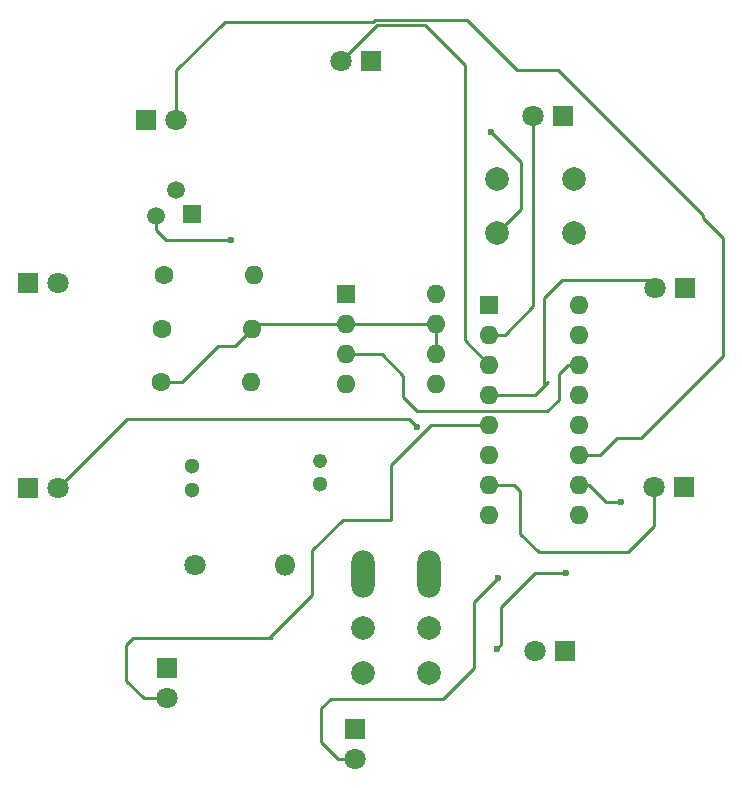
<source format=gbr>
%TF.GenerationSoftware,KiCad,Pcbnew,8.0.1*%
%TF.CreationDate,2024-04-02T10:16:43+02:00*%
%TF.ProjectId,GluecksraD,476c7565-636b-4737-9261-442e6b696361,rev?*%
%TF.SameCoordinates,Original*%
%TF.FileFunction,Copper,L2,Bot*%
%TF.FilePolarity,Positive*%
%FSLAX46Y46*%
G04 Gerber Fmt 4.6, Leading zero omitted, Abs format (unit mm)*
G04 Created by KiCad (PCBNEW 8.0.1) date 2024-04-02 10:16:43*
%MOMM*%
%LPD*%
G01*
G04 APERTURE LIST*
%TA.AperFunction,ComponentPad*%
%ADD10C,1.230000*%
%TD*%
%TA.AperFunction,ComponentPad*%
%ADD11C,1.300000*%
%TD*%
%TA.AperFunction,ComponentPad*%
%ADD12C,1.600000*%
%TD*%
%TA.AperFunction,ComponentPad*%
%ADD13O,1.600000X1.600000*%
%TD*%
%TA.AperFunction,ComponentPad*%
%ADD14C,1.800000*%
%TD*%
%TA.AperFunction,ComponentPad*%
%ADD15O,1.800000X1.800000*%
%TD*%
%TA.AperFunction,ComponentPad*%
%ADD16O,2.000000X4.000000*%
%TD*%
%TA.AperFunction,ComponentPad*%
%ADD17R,1.600000X1.600000*%
%TD*%
%TA.AperFunction,ComponentPad*%
%ADD18C,2.000000*%
%TD*%
%TA.AperFunction,ComponentPad*%
%ADD19R,1.800000X1.800000*%
%TD*%
%TA.AperFunction,ComponentPad*%
%ADD20R,1.500000X1.500000*%
%TD*%
%TA.AperFunction,ComponentPad*%
%ADD21C,1.500000*%
%TD*%
%TA.AperFunction,ViaPad*%
%ADD22C,0.600000*%
%TD*%
%TA.AperFunction,Conductor*%
%ADD23C,0.250000*%
%TD*%
G04 APERTURE END LIST*
D10*
%TO.P,C1,1*%
%TO.N,Net-(C1-Pad1)*%
X69470000Y-80830000D03*
D11*
%TO.P,C1,2*%
%TO.N,Net-(C1-Pad2)*%
X69470000Y-82830000D03*
%TD*%
D12*
%TO.P,R2,1*%
%TO.N,Net-(Q1-Pad1)*%
X56160000Y-69640000D03*
D13*
%TO.P,R2,2*%
%TO.N,Net-(C1-Pad1)*%
X63780000Y-69640000D03*
%TD*%
D12*
%TO.P,R3,1*%
%TO.N,Net-(C1-Pad1)*%
X56050000Y-74190000D03*
D13*
%TO.P,R3,2*%
%TO.N,Net-(C1-Pad2)*%
X63670000Y-74190000D03*
%TD*%
D14*
%TO.P,R4,1*%
%TO.N,Net-(D10-Pad1)*%
X58890000Y-89650000D03*
D15*
%TO.P,R4,2*%
%TO.N,Net-(C1-Pad2)*%
X66510000Y-89650000D03*
%TD*%
D16*
%TO.P,+9V,1*%
%TO.N,Net-(Q1-Pad3)*%
X73120000Y-90424000D03*
%TD*%
D17*
%TO.P,U2,1*%
%TO.N,Net-(C1-Pad2)*%
X71740000Y-66690000D03*
D13*
%TO.P,U2,2*%
%TO.N,Net-(C1-Pad1)*%
X71740000Y-69230000D03*
%TO.P,U2,3*%
%TO.N,Net-(U2-Pad3)*%
X71740000Y-71770000D03*
%TO.P,U2,4*%
%TO.N,Net-(Q1-Pad3)*%
X71740000Y-74310000D03*
%TO.P,U2,5*%
%TO.N,Net-(U2-Pad5)*%
X79360000Y-74310000D03*
%TO.P,U2,6*%
%TO.N,Net-(C1-Pad1)*%
X79360000Y-71770000D03*
%TO.P,U2,7*%
X79360000Y-69230000D03*
%TO.P,U2,8*%
%TO.N,Net-(Q1-Pad3)*%
X79360000Y-66690000D03*
%TD*%
D17*
%TO.P,U3,1*%
%TO.N,Net-(D6-Pad2)*%
X83845001Y-67615001D03*
D13*
%TO.P,U3,2*%
%TO.N,Net-(D2-Pad2)*%
X83845001Y-70155001D03*
%TO.P,U3,3*%
%TO.N,Net-(D1-Pad2)*%
X83845001Y-72695001D03*
%TO.P,U3,4*%
%TO.N,Net-(D3-Pad2)*%
X83845001Y-75235001D03*
%TO.P,U3,5*%
%TO.N,Net-(D7-Pad2)*%
X83845001Y-77775001D03*
%TO.P,U3,6*%
%TO.N,Net-(D8-Pad2)*%
X83845001Y-80315001D03*
%TO.P,U3,7*%
%TO.N,Net-(D4-Pad2)*%
X83845001Y-82855001D03*
%TO.P,U3,8*%
%TO.N,Net-(C1-Pad2)*%
X83845001Y-85395001D03*
%TO.P,U3,9*%
%TO.N,Net-(D9-Pad2)*%
X91465001Y-85395001D03*
%TO.P,U3,10*%
%TO.N,Net-(D5-Pad2)*%
X91465001Y-82855001D03*
%TO.P,U3,11*%
%TO.N,Net-(D10-Pad2)*%
X91465001Y-80315001D03*
%TO.P,U3,12*%
%TO.N,Net-(U3-Pad12)*%
X91465001Y-77775001D03*
%TO.P,U3,13*%
%TO.N,Net-(C1-Pad2)*%
X91465001Y-75235001D03*
%TO.P,U3,14*%
%TO.N,Net-(U2-Pad3)*%
X91465001Y-72695001D03*
%TO.P,U3,15*%
%TO.N,Net-(C1-Pad2)*%
X91465001Y-70155001D03*
%TO.P,U3,16*%
%TO.N,Net-(Q1-Pad3)*%
X91465001Y-67615001D03*
%TD*%
D16*
%TO.P,0V,1*%
%TO.N,Net-(C1-Pad2)*%
X78740000Y-90424000D03*
%TD*%
D18*
%TO.P,S1,1*%
%TO.N,Net-(Q1-Pad3)*%
X84500000Y-57000000D03*
%TO.N,N/C*%
X91000000Y-57000000D03*
%TO.P,S1,2*%
%TO.N,Net-(C2-Pad1)*%
X84500000Y-61500000D03*
%TO.N,N/C*%
X91000000Y-61500000D03*
%TD*%
D11*
%TO.P,C2,1*%
%TO.N,Net-(C2-Pad1)*%
X58674000Y-81280000D03*
%TO.P,C2,2*%
%TO.N,Net-(C1-Pad2)*%
X58674000Y-83280000D03*
%TD*%
D18*
%TO.P,LP,1*%
%TO.N,N/C*%
X73152000Y-98806000D03*
%TD*%
%TO.P,LP,1*%
%TO.N,N/C*%
X78740000Y-98806000D03*
%TD*%
%TO.P,LP,1*%
%TO.N,N/C*%
X78740000Y-94996000D03*
%TD*%
D12*
%TO.P,R1,1*%
%TO.N,Net-(C2-Pad1)*%
X56280000Y-65090000D03*
D13*
%TO.P,R1,2*%
%TO.N,Net-(C1-Pad2)*%
X63900000Y-65090000D03*
%TD*%
D18*
%TO.P,LP,1*%
%TO.N,N/C*%
X73152000Y-94996000D03*
%TD*%
D19*
%TO.P,1,1*%
%TO.N,Net-(D10-Pad1)*%
X73830000Y-46940000D03*
D14*
%TO.P,1,2*%
%TO.N,Net-(D1-Pad2)*%
X71290000Y-46940000D03*
%TD*%
D19*
%TO.P,2,1*%
%TO.N,Net-(D10-Pad1)*%
X90110000Y-51670000D03*
D14*
%TO.P,2,2*%
%TO.N,Net-(D2-Pad2)*%
X87570000Y-51670000D03*
%TD*%
D19*
%TO.P,3,1*%
%TO.N,Net-(D10-Pad1)*%
X100410000Y-66210000D03*
D14*
%TO.P,3,2*%
%TO.N,Net-(D3-Pad2)*%
X97870000Y-66210000D03*
%TD*%
D19*
%TO.P,4,1*%
%TO.N,Net-(D10-Pad1)*%
X100320000Y-83050000D03*
D14*
%TO.P,4,2*%
%TO.N,Net-(D4-Pad2)*%
X97780000Y-83050000D03*
%TD*%
D19*
%TO.P,5,1*%
%TO.N,Net-(D10-Pad1)*%
X90260000Y-96920000D03*
D14*
%TO.P,5,2*%
%TO.N,Net-(D5-Pad2)*%
X87720000Y-96920000D03*
%TD*%
D19*
%TO.P,6,1*%
%TO.N,Net-(D10-Pad1)*%
X72490000Y-103500000D03*
D14*
%TO.P,6,2*%
%TO.N,Net-(D6-Pad2)*%
X72490000Y-106040000D03*
%TD*%
D19*
%TO.P,7,1*%
%TO.N,Net-(D10-Pad1)*%
X56570000Y-98410000D03*
D14*
%TO.P,7,2*%
%TO.N,Net-(D7-Pad2)*%
X56570000Y-100950000D03*
%TD*%
D19*
%TO.P,8,1*%
%TO.N,Net-(D10-Pad1)*%
X44810000Y-83090000D03*
D14*
%TO.P,8,2*%
%TO.N,Net-(D8-Pad2)*%
X47350000Y-83090000D03*
%TD*%
D19*
%TO.P,9,1*%
%TO.N,Net-(D10-Pad1)*%
X44810000Y-65800000D03*
D14*
%TO.P,9,2*%
%TO.N,Net-(D9-Pad2)*%
X47350000Y-65800000D03*
%TD*%
D19*
%TO.P,10,1*%
%TO.N,Net-(D10-Pad1)*%
X54760000Y-51990000D03*
D14*
%TO.P,10,2*%
%TO.N,Net-(D10-Pad2)*%
X57300000Y-51990000D03*
%TD*%
D20*
%TO.P,REF\u002A\u002A,1*%
%TO.N,Net-(Q1-Pad1)*%
X58677000Y-59961000D03*
D21*
%TO.P,REF\u002A\u002A,2*%
%TO.N,Net-(C2-Pad1)*%
X57280000Y-57929000D03*
%TO.P,REF\u002A\u002A,3*%
%TO.N,Net-(Q1-Pad3)*%
X55629000Y-60088000D03*
%TD*%
D22*
%TO.N,Net-(C2-Pad1)*%
X84000000Y-53000000D03*
%TO.N,Net-(D5-Pad2)*%
X94996000Y-84328000D03*
%TO.N,Net-(D6-Pad2)*%
X84550000Y-90750000D03*
%TO.N,Net-(D8-Pad2)*%
X77700000Y-77980000D03*
%TO.N,Net-(D9-Pad2)*%
X90310000Y-90320000D03*
X84500000Y-96720000D03*
%TO.N,Net-(Q1-Pad3)*%
X61970000Y-62100000D03*
%TD*%
D23*
%TO.N,Net-(C1-Pad1)*%
X71740000Y-69230000D02*
X79360000Y-69230000D01*
X57790000Y-74190000D02*
X60870000Y-71110000D01*
X64190000Y-69230000D02*
X63780000Y-69640000D01*
X62310000Y-71110000D02*
X63780000Y-69640000D01*
X71740000Y-69230000D02*
X64190000Y-69230000D01*
X79360000Y-69230000D02*
X79360000Y-71770000D01*
X60870000Y-71110000D02*
X62310000Y-71110000D01*
X56050000Y-74190000D02*
X57790000Y-74190000D01*
%TO.N,Net-(C2-Pad1)*%
X86500000Y-59500000D02*
X86500000Y-56000000D01*
X86500000Y-56000000D02*
X86500000Y-55500000D01*
X84500000Y-61500000D02*
X86500000Y-59500000D01*
X86500000Y-55500000D02*
X84000000Y-53000000D01*
%TO.N,Net-(D1-Pad2)*%
X81770000Y-70620000D02*
X83845001Y-72695001D01*
X78380000Y-43920000D02*
X81770000Y-47310000D01*
X81770000Y-47310000D02*
X81770000Y-70620000D01*
X71290000Y-46940000D02*
X74310000Y-43920000D01*
X74310000Y-43920000D02*
X78380000Y-43920000D01*
%TO.N,Net-(D2-Pad2)*%
X87570000Y-51670000D02*
X87570000Y-67760000D01*
X87570000Y-67760000D02*
X85174999Y-70155001D01*
X85174999Y-70155001D02*
X83845001Y-70155001D01*
%TO.N,Net-(D3-Pad2)*%
X97160000Y-65500000D02*
X97870000Y-66210000D01*
X88455000Y-74455000D02*
X88455000Y-67045000D01*
X88780000Y-74130000D02*
X88455000Y-74455000D01*
X88455000Y-67045000D02*
X90000000Y-65500000D01*
X88455000Y-74455000D02*
X87674999Y-75235001D01*
X87674999Y-75235001D02*
X83845001Y-75235001D01*
X90000000Y-65500000D02*
X97160000Y-65500000D01*
%TO.N,Net-(D4-Pad2)*%
X97780000Y-83050000D02*
X97780000Y-86330000D01*
X86460000Y-87010000D02*
X86460000Y-83350000D01*
X86460000Y-83350000D02*
X85965001Y-82855001D01*
X85965001Y-82855001D02*
X83845001Y-82855001D01*
X97780000Y-86330000D02*
X95550000Y-88560000D01*
X88010000Y-88560000D02*
X86460000Y-87010000D01*
X95550000Y-88560000D02*
X88010000Y-88560000D01*
%TO.N,Net-(D5-Pad2)*%
X94996000Y-84328000D02*
X93726000Y-84328000D01*
X93726000Y-84328000D02*
X92253001Y-82855001D01*
X92253001Y-82855001D02*
X91465001Y-82855001D01*
%TO.N,Net-(D6-Pad2)*%
X70440000Y-100960000D02*
X73010000Y-100960000D01*
X82540000Y-98380000D02*
X79960000Y-100960000D01*
X69630000Y-101770000D02*
X70440000Y-100960000D01*
X72490000Y-106040000D02*
X71030000Y-106040000D01*
X79960000Y-100960000D02*
X73010000Y-100960000D01*
X82540000Y-92760000D02*
X82540000Y-98380000D01*
X71030000Y-106040000D02*
X69630000Y-104640000D01*
X69630000Y-104640000D02*
X69630000Y-101770000D01*
X73010000Y-100960000D02*
X72490000Y-100960000D01*
X84550000Y-90750000D02*
X82540000Y-92760000D01*
%TO.N,Net-(D7-Pad2)*%
X53100000Y-96430000D02*
X53660000Y-95870000D01*
X65166000Y-95870000D02*
X55992000Y-95870000D01*
X56570000Y-100950000D02*
X54590000Y-100950000D01*
X65420000Y-95870000D02*
X65166000Y-95870000D01*
X75480000Y-81220000D02*
X75480000Y-85810000D01*
X71416000Y-85810000D02*
X68834000Y-88392000D01*
X78924999Y-77775001D02*
X83845001Y-77775001D01*
X55992000Y-95870000D02*
X56760000Y-95870000D01*
X53660000Y-95870000D02*
X55992000Y-95870000D01*
X75480000Y-81220000D02*
X78924999Y-77775001D01*
X56570000Y-95870000D02*
X56760000Y-95870000D01*
X53100000Y-99460000D02*
X53100000Y-96430000D01*
X68834000Y-92202000D02*
X65166000Y-95870000D01*
X68834000Y-88392000D02*
X68834000Y-92202000D01*
X75480000Y-85810000D02*
X71416000Y-85810000D01*
X54590000Y-100950000D02*
X53100000Y-99460000D01*
%TO.N,Net-(D8-Pad2)*%
X77020000Y-77300000D02*
X53140000Y-77300000D01*
X53140000Y-77300000D02*
X47350000Y-83090000D01*
X77700000Y-77980000D02*
X77020000Y-77300000D01*
%TO.N,Net-(D9-Pad2)*%
X84870000Y-96350000D02*
X84870000Y-93240000D01*
X87750000Y-90360000D02*
X90270000Y-90360000D01*
X84500000Y-96720000D02*
X84870000Y-96350000D01*
X90270000Y-90360000D02*
X90310000Y-90320000D01*
X84870000Y-93240000D02*
X87750000Y-90360000D01*
%TO.N,Net-(D10-Pad2)*%
X103600000Y-61950000D02*
X103600000Y-71930000D01*
X101910000Y-60260000D02*
X103600000Y-61950000D01*
X73953590Y-43640000D02*
X74123600Y-43469990D01*
X57300000Y-47770000D02*
X61430000Y-43640000D01*
X101910000Y-59990000D02*
X101910000Y-60260000D01*
X74123600Y-43469990D02*
X81919990Y-43469990D01*
X94650000Y-78870000D02*
X93204999Y-80315001D01*
X86200000Y-47750000D02*
X89670000Y-47750000D01*
X93204999Y-80315001D02*
X91465001Y-80315001D01*
X103600000Y-71930000D02*
X96660000Y-78870000D01*
X96660000Y-78870000D02*
X94650000Y-78870000D01*
X57300000Y-51990000D02*
X57300000Y-47770000D01*
X81919990Y-43469990D02*
X86200000Y-47750000D01*
X61430000Y-43640000D02*
X73953590Y-43640000D01*
X89670000Y-47750000D02*
X101910000Y-59990000D01*
%TO.N,Net-(Q1-Pad3)*%
X56470000Y-62100000D02*
X55629000Y-61259000D01*
X55629000Y-61259000D02*
X55629000Y-60088000D01*
X61970000Y-62100000D02*
X56470000Y-62100000D01*
%TO.N,Net-(U2-Pad3)*%
X76570000Y-73620000D02*
X76570000Y-75460000D01*
X76570000Y-75460000D02*
X77760000Y-76650000D01*
X88740000Y-76650000D02*
X89740000Y-75650000D01*
X77760000Y-76650000D02*
X88740000Y-76650000D01*
X90534999Y-72695001D02*
X91465001Y-72695001D01*
X89740000Y-73490000D02*
X90534999Y-72695001D01*
X71740000Y-71770000D02*
X74720000Y-71770000D01*
X89740000Y-75650000D02*
X89740000Y-73490000D01*
X74720000Y-71770000D02*
X76570000Y-73620000D01*
%TD*%
M02*

</source>
